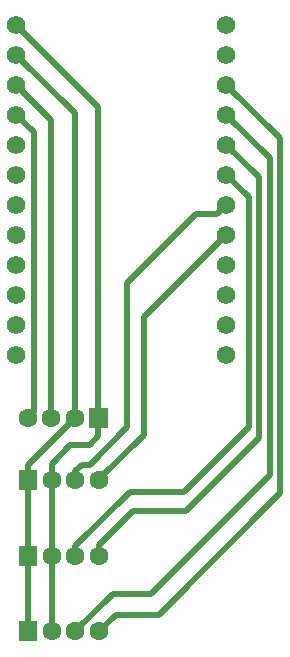
<source format=gtl>
G04 Layer: TopLayer*
G04 EasyEDA v6.4.5, 2020-09-09T10:55:23+00:00*
G04 8b858644916349d4974128f92eca4aae,b97ca10cbf7f413284ca0e80e24dcd20,10*
G04 Gerber Generator version 0.2*
G04 Scale: 100 percent, Rotated: No, Reflected: No *
G04 Dimensions in inches *
G04 leading zeros omitted , absolute positions ,2 integer and 4 decimal *
%FSLAX24Y24*%
%MOIN*%
G90*
G70D02*

%ADD11C,0.020000*%
%ADD12C,0.062008*%
%ADD13C,0.062992*%
%ADD14R,0.062992X0.066000*%

%LPD*%
G54D11*
G01X907Y19670D02*
G01X2075Y18503D01*
G01X2075Y8559D01*
G01X907Y21670D02*
G01X3649Y18928D01*
G01X3649Y8558D01*
G01X2861Y8559D02*
G01X1300Y6997D01*
G01X1300Y6491D01*
G01X1300Y6491D02*
G01X1300Y3941D01*
G01X1300Y3941D02*
G01X1300Y1441D01*
G01X2088Y6490D02*
G01X2088Y3940D01*
G01X2088Y6490D02*
G01X2088Y7038D01*
G01X2700Y7650D01*
G01X3350Y7650D01*
G01X3649Y7949D01*
G01X3649Y8558D01*
G01X2875Y6490D02*
G01X2875Y6775D01*
G01X3100Y7000D01*
G01X3350Y7000D01*
G01X4600Y8250D01*
G01X4600Y13050D01*
G01X6900Y15350D01*
G01X7585Y15350D01*
G01X7906Y15671D01*
G01X3663Y6490D02*
G01X3663Y6513D01*
G01X5150Y8000D01*
G01X5150Y11913D01*
G01X7907Y14670D01*
G01X2875Y3940D02*
G01X2875Y4275D01*
G01X4700Y6100D01*
G01X6500Y6100D01*
G01X8650Y8250D01*
G01X8650Y15928D01*
G01X7907Y16670D01*
G01X3663Y3940D02*
G01X3663Y4313D01*
G01X4800Y5450D01*
G01X6550Y5450D01*
G01X9000Y7900D01*
G01X9000Y16578D01*
G01X7907Y17670D01*
G01X7907Y19670D02*
G01X9700Y17878D01*
G01X9700Y6050D01*
G01X5650Y2000D01*
G01X4221Y2000D01*
G01X3663Y1440D01*
G01X7907Y18670D02*
G01X9350Y17228D01*
G01X9350Y6650D01*
G01X5400Y2700D01*
G01X4134Y2700D01*
G01X2875Y1440D01*
G01X907Y20670D02*
G01X2861Y18715D01*
G01X2861Y8559D01*
G01X2088Y1440D02*
G01X2088Y3940D01*
G01X1286Y8559D02*
G01X1500Y8771D01*
G01X1500Y18078D01*
G01X907Y18671D01*
G54D12*
G01X907Y21670D03*
G01X907Y20670D03*
G01X907Y19670D03*
G01X907Y18670D03*
G01X907Y17670D03*
G01X907Y16670D03*
G01X907Y15670D03*
G01X907Y14670D03*
G01X907Y13670D03*
G01X907Y12670D03*
G01X907Y11670D03*
G01X907Y10670D03*
G01X7907Y10670D03*
G01X7907Y11670D03*
G01X7907Y12670D03*
G01X7907Y13670D03*
G01X7907Y14670D03*
G01X7907Y15670D03*
G01X7907Y16670D03*
G01X7907Y17670D03*
G01X7907Y18670D03*
G01X7907Y19670D03*
G01X7907Y20670D03*
G01X7907Y21670D03*
G54D13*
G01X2075Y8559D03*
G01X2861Y8559D03*
G36*
G01X3334Y8888D02*
G01X3964Y8888D01*
G01X3964Y8228D01*
G01X3334Y8228D01*
G01X3334Y8888D01*
G37*
G01X1286Y8559D03*
G01X2875Y6490D03*
G01X2088Y6490D03*
G54D14*
G01X1300Y6491D03*
G54D13*
G01X3663Y6490D03*
G01X2875Y3940D03*
G01X2088Y3940D03*
G54D14*
G01X1300Y3941D03*
G54D13*
G01X3663Y3940D03*
G01X2875Y1440D03*
G01X2088Y1440D03*
G54D14*
G01X1300Y1441D03*
G54D13*
G01X3663Y1440D03*
M00*
M02*

</source>
